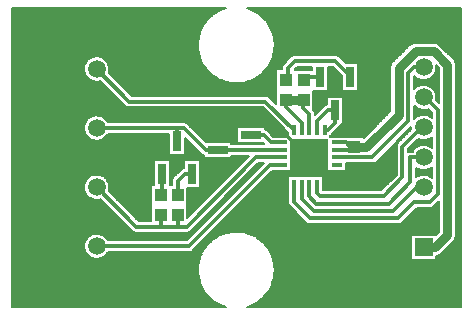
<source format=gbr>
G04 DipTrace 2.2.0.9*
%INTop.gbr*%
%MOIN*%
%ADD14C,0.0138*%
%ADD15C,0.03*%
%ADD16C,0.014*%
%ADD17C,0.005*%
%ADD19R,0.0394X0.0433*%
%ADD20R,0.0591X0.0591*%
%ADD21C,0.0591*%
%ADD23R,0.028X0.0669*%
%ADD24R,0.0669X0.028*%
%ADD25R,0.0138X0.0374*%
%ADD26R,0.0374X0.0138*%
%ADD27R,0.128X0.128*%
%FSLAX44Y44*%
G04*
G70*
G90*
G75*
G01*
%LNTop*%
%LPD*%
X17691Y8940D2*
D14*
X17243D1*
Y8125D1*
X16520Y7402D1*
X14112D1*
X13868Y7646D1*
Y8009D1*
X14793Y8942D2*
X15977D1*
X17181Y10145D1*
Y11752D1*
X17368Y11940D1*
X17691D1*
X13360Y9851D2*
X12407Y10804D1*
X7870D1*
X6785Y11889D1*
Y5981D2*
X9864D1*
X12557Y8674D1*
X12951D1*
X10820Y10189D2*
X12613D1*
X13872Y8930D1*
X12951Y8418D2*
X13360D1*
X13872Y8930D1*
X14384Y8009D2*
Y8418D1*
X13872Y8930D1*
X14793Y8418D2*
X14384D1*
X8918Y7686D2*
X8966D1*
Y8382D1*
X8978Y8395D1*
X9487Y7686D2*
Y8148D1*
X9734Y8395D1*
X9978D1*
X11922Y9689D2*
X12349D1*
X12596Y9442D1*
X12951D1*
X14240Y11612D2*
X13776D1*
X13690Y11527D1*
X15240Y11612D2*
Y11656D1*
X14743Y12153D1*
X13383D1*
X13164Y11934D1*
Y11611D1*
X13090Y11537D1*
X6785Y9920D2*
X9478D1*
X9682D1*
X10417Y9186D1*
X12951D1*
X9478Y9497D2*
Y9920D1*
X12951Y8942D2*
X12093D1*
X9783Y6632D1*
X9487D1*
X8918D1*
X8102D1*
X6785Y7949D1*
X8918Y7017D2*
Y6632D1*
X9487Y7017D2*
Y6632D1*
X17691Y7940D2*
X17460D1*
X16668Y7148D1*
X14020D1*
X13616Y7551D1*
Y8009D1*
X17691Y10940D2*
X17726D1*
X18149Y10517D1*
Y7715D1*
X17882Y7448D1*
X17379D1*
X16839Y6909D1*
X13907D1*
X13360Y7456D1*
Y8009D1*
X17691Y9940D2*
Y10017D1*
X16979Y9305D1*
Y8286D1*
X16356Y7664D1*
X14220D1*
X14128Y7756D1*
Y8009D1*
X13616Y9851D2*
Y10105D1*
X13090Y10631D1*
Y10868D1*
X13868Y9851D2*
Y10389D1*
X13672Y10585D1*
Y10857D1*
X13690D1*
X13090Y10868D2*
D15*
X13100Y10857D1*
X13690D1*
X14384Y9851D2*
D16*
X14496D1*
X14740Y10095D1*
Y10510D1*
X14128Y9851D2*
Y10149D1*
X14503Y10524D1*
X14726D1*
X14740Y10510D1*
X14793Y9442D2*
D14*
X15098D1*
X15373Y9167D1*
Y9274D1*
D15*
X15759D1*
X16852Y10367D1*
Y11927D1*
X17419Y12495D1*
X18018D1*
X18480Y12033D1*
Y6348D1*
X18072Y5940D1*
X17691D1*
X14793Y9186D2*
D16*
X15373D1*
Y9274D1*
X3970Y13866D2*
D17*
X10941D1*
X11941D2*
X18910D1*
X3970Y13818D2*
X10839D1*
X12044D2*
X18910D1*
X3970Y13769D2*
X10754D1*
X12127D2*
X18910D1*
X3970Y13720D2*
X10683D1*
X12199D2*
X18910D1*
X3970Y13672D2*
X10621D1*
X12262D2*
X18910D1*
X3970Y13623D2*
X10565D1*
X12316D2*
X18910D1*
X3970Y13574D2*
X10516D1*
X12366D2*
X18910D1*
X3970Y13525D2*
X10471D1*
X12410D2*
X18910D1*
X3970Y13477D2*
X10431D1*
X12451D2*
X18910D1*
X3970Y13428D2*
X10395D1*
X12487D2*
X18910D1*
X3970Y13379D2*
X10362D1*
X12520D2*
X18910D1*
X3970Y13331D2*
X10332D1*
X12549D2*
X18910D1*
X3970Y13282D2*
X10306D1*
X12577D2*
X18910D1*
X3970Y13233D2*
X10281D1*
X12601D2*
X18910D1*
X3970Y13185D2*
X10260D1*
X12622D2*
X18910D1*
X3970Y13136D2*
X10240D1*
X12641D2*
X18910D1*
X3970Y13087D2*
X10223D1*
X12659D2*
X18910D1*
X3970Y13039D2*
X10208D1*
X12674D2*
X18910D1*
X3970Y12990D2*
X10196D1*
X12686D2*
X18910D1*
X3970Y12941D2*
X10185D1*
X12697D2*
X18910D1*
X3970Y12893D2*
X10176D1*
X12706D2*
X18910D1*
X3970Y12844D2*
X10169D1*
X12713D2*
X18910D1*
X3970Y12795D2*
X10164D1*
X12718D2*
X18910D1*
X3970Y12746D2*
X10161D1*
X12721D2*
X17299D1*
X18138D2*
X18910D1*
X3970Y12698D2*
X10160D1*
X12722D2*
X17226D1*
X18211D2*
X18910D1*
X3970Y12649D2*
X10160D1*
X12721D2*
X17178D1*
X18260D2*
X18910D1*
X3970Y12600D2*
X10163D1*
X12719D2*
X17128D1*
X18309D2*
X18910D1*
X3970Y12552D2*
X10167D1*
X12715D2*
X17080D1*
X18357D2*
X18910D1*
X3970Y12503D2*
X10174D1*
X12709D2*
X17031D1*
X18406D2*
X18910D1*
X3970Y12454D2*
X10181D1*
X12700D2*
X16982D1*
X18455D2*
X18910D1*
X3970Y12406D2*
X10192D1*
X12690D2*
X16934D1*
X18503D2*
X18910D1*
X3970Y12357D2*
X10204D1*
X12678D2*
X16885D1*
X18552D2*
X18910D1*
X3970Y12308D2*
X6735D1*
X6836D2*
X10218D1*
X12663D2*
X13259D1*
X14867D2*
X16836D1*
X18601D2*
X18910D1*
X3970Y12260D2*
X6579D1*
X6992D2*
X10235D1*
X12647D2*
X13208D1*
X14918D2*
X16788D1*
X18649D2*
X18910D1*
X3970Y12211D2*
X6508D1*
X7063D2*
X10253D1*
X12629D2*
X13159D1*
X14967D2*
X16739D1*
X18697D2*
X18910D1*
X3970Y12162D2*
X6459D1*
X7112D2*
X10274D1*
X12608D2*
X13110D1*
X15016D2*
X16690D1*
X18730D2*
X18910D1*
X3970Y12114D2*
X6423D1*
X7148D2*
X10297D1*
X12584D2*
X13062D1*
X15064D2*
X16642D1*
X18750D2*
X18910D1*
X3970Y12065D2*
X6397D1*
X7174D2*
X10324D1*
X12559D2*
X13014D1*
X15512D2*
X16606D1*
X18760D2*
X18910D1*
X3970Y12016D2*
X6378D1*
X7193D2*
X10352D1*
X12530D2*
X12981D1*
X15512D2*
X16585D1*
X18762D2*
X18910D1*
X3970Y11967D2*
X6366D1*
X7205D2*
X10384D1*
X12498D2*
X12966D1*
X15512D2*
X16573D1*
X18117D2*
X18149D1*
X18762D2*
X18910D1*
X3970Y11919D2*
X6360D1*
X7212D2*
X10419D1*
X12463D2*
X12964D1*
X13431D2*
X13968D1*
X14512D2*
X14696D1*
X15512D2*
X16570D1*
X18117D2*
X18197D1*
X18762D2*
X18910D1*
X3970Y11870D2*
X6359D1*
X7212D2*
X10458D1*
X12424D2*
X12761D1*
X14512D2*
X14744D1*
X15512D2*
X16570D1*
X18113D2*
X18198D1*
X18762D2*
X18910D1*
X3970Y11821D2*
X6364D1*
X7207D2*
X10501D1*
X12381D2*
X12761D1*
X14512D2*
X14792D1*
X15512D2*
X16570D1*
X18101D2*
X18198D1*
X18762D2*
X18910D1*
X3970Y11773D2*
X6374D1*
X7196D2*
X10549D1*
X12333D2*
X12761D1*
X14512D2*
X14842D1*
X15512D2*
X16570D1*
X18084D2*
X18198D1*
X18762D2*
X18910D1*
X3970Y11724D2*
X6392D1*
X7232D2*
X10602D1*
X12280D2*
X12761D1*
X14512D2*
X14890D1*
X15512D2*
X16570D1*
X18059D2*
X18198D1*
X18762D2*
X18910D1*
X3970Y11675D2*
X6416D1*
X7281D2*
X10662D1*
X12220D2*
X12761D1*
X14512D2*
X14939D1*
X15512D2*
X16570D1*
X18025D2*
X18198D1*
X18762D2*
X18910D1*
X3970Y11627D2*
X6449D1*
X7329D2*
X10730D1*
X12152D2*
X12761D1*
X14512D2*
X14968D1*
X15512D2*
X16570D1*
X17381D2*
X17403D1*
X17979D2*
X18198D1*
X18762D2*
X18910D1*
X3970Y11578D2*
X6495D1*
X7378D2*
X10810D1*
X12072D2*
X12761D1*
X14512D2*
X14968D1*
X15512D2*
X16570D1*
X17381D2*
X17469D1*
X17913D2*
X18198D1*
X18762D2*
X18910D1*
X3970Y11529D2*
X6559D1*
X7427D2*
X10906D1*
X11977D2*
X12761D1*
X14512D2*
X14968D1*
X15512D2*
X16570D1*
X17381D2*
X17589D1*
X17794D2*
X18198D1*
X18762D2*
X18910D1*
X3970Y11481D2*
X6672D1*
X7475D2*
X11028D1*
X11853D2*
X12761D1*
X14512D2*
X14968D1*
X15512D2*
X16570D1*
X17381D2*
X18198D1*
X18762D2*
X18910D1*
X3970Y11432D2*
X6960D1*
X7524D2*
X11221D1*
X11660D2*
X12761D1*
X14512D2*
X14968D1*
X15512D2*
X16570D1*
X17381D2*
X18198D1*
X18762D2*
X18910D1*
X3970Y11383D2*
X7009D1*
X7573D2*
X12761D1*
X14512D2*
X14968D1*
X15512D2*
X16570D1*
X17381D2*
X18198D1*
X18762D2*
X18910D1*
X3970Y11335D2*
X7057D1*
X7621D2*
X12761D1*
X14512D2*
X14968D1*
X15512D2*
X16570D1*
X17381D2*
X17536D1*
X17846D2*
X18198D1*
X18762D2*
X18910D1*
X3970Y11286D2*
X7106D1*
X7670D2*
X12761D1*
X14512D2*
X14968D1*
X15512D2*
X16570D1*
X17381D2*
X17444D1*
X17938D2*
X18198D1*
X18762D2*
X18910D1*
X3970Y11237D2*
X7155D1*
X7719D2*
X12761D1*
X14512D2*
X14968D1*
X15512D2*
X16570D1*
X17995D2*
X18198D1*
X18762D2*
X18910D1*
X3970Y11188D2*
X7203D1*
X7767D2*
X12761D1*
X14512D2*
X14968D1*
X15512D2*
X16570D1*
X18037D2*
X18198D1*
X18762D2*
X18910D1*
X3970Y11140D2*
X7253D1*
X7816D2*
X12761D1*
X14019D2*
X16570D1*
X18068D2*
X18198D1*
X18762D2*
X18910D1*
X3970Y11091D2*
X7301D1*
X7865D2*
X12761D1*
X14019D2*
X16570D1*
X18090D2*
X18198D1*
X18762D2*
X18910D1*
X3970Y11042D2*
X7349D1*
X7913D2*
X12761D1*
X14019D2*
X16570D1*
X18106D2*
X18198D1*
X18762D2*
X18910D1*
X3970Y10994D2*
X7399D1*
X12462D2*
X12761D1*
X14019D2*
X16570D1*
X18115D2*
X18198D1*
X18762D2*
X18910D1*
X3970Y10945D2*
X7447D1*
X12549D2*
X12761D1*
X14019D2*
X14468D1*
X15012D2*
X16570D1*
X18118D2*
X18198D1*
X18762D2*
X18910D1*
X3970Y10896D2*
X7496D1*
X12597D2*
X12761D1*
X14019D2*
X14468D1*
X15012D2*
X16570D1*
X18116D2*
X18198D1*
X18762D2*
X18910D1*
X3970Y10848D2*
X7545D1*
X12645D2*
X12761D1*
X14019D2*
X14468D1*
X15012D2*
X16570D1*
X18108D2*
X18198D1*
X18762D2*
X18910D1*
X3970Y10799D2*
X7593D1*
X12695D2*
X12761D1*
X14019D2*
X14468D1*
X15012D2*
X16570D1*
X18149D2*
X18198D1*
X18762D2*
X18910D1*
X3970Y10750D2*
X7642D1*
X12743D2*
X12761D1*
X14019D2*
X14468D1*
X15012D2*
X16570D1*
X18762D2*
X18910D1*
X3970Y10702D2*
X7691D1*
X14019D2*
X14414D1*
X15012D2*
X16570D1*
X18762D2*
X18910D1*
X3970Y10653D2*
X7741D1*
X14019D2*
X14349D1*
X15012D2*
X16570D1*
X18762D2*
X18910D1*
X3970Y10604D2*
X12325D1*
X14019D2*
X14300D1*
X15012D2*
X16570D1*
X17381D2*
X17430D1*
X18762D2*
X18910D1*
X3970Y10556D2*
X12374D1*
X14019D2*
X14251D1*
X15012D2*
X16570D1*
X17381D2*
X17511D1*
X18762D2*
X18910D1*
X3970Y10507D2*
X12423D1*
X14029D2*
X14203D1*
X15012D2*
X16570D1*
X17381D2*
X17878D1*
X18762D2*
X18910D1*
X3970Y10458D2*
X12471D1*
X14056D2*
X14154D1*
X15012D2*
X16546D1*
X17381D2*
X17926D1*
X18762D2*
X18910D1*
X3970Y10409D2*
X12520D1*
X14068D2*
X14105D1*
X15012D2*
X16497D1*
X17381D2*
X17948D1*
X18762D2*
X18910D1*
X3970Y10361D2*
X12569D1*
X15012D2*
X16449D1*
X17381D2*
X17653D1*
X17730D2*
X17948D1*
X18762D2*
X18910D1*
X3970Y10312D2*
X6624D1*
X6947D2*
X12617D1*
X15012D2*
X16400D1*
X17381D2*
X17486D1*
X17895D2*
X17948D1*
X18762D2*
X18910D1*
X3970Y10263D2*
X6535D1*
X7036D2*
X12666D1*
X15012D2*
X16351D1*
X17381D2*
X17414D1*
X18762D2*
X18910D1*
X3970Y10215D2*
X6478D1*
X7093D2*
X12715D1*
X15012D2*
X16303D1*
X18762D2*
X18910D1*
X3970Y10166D2*
X6437D1*
X7134D2*
X12764D1*
X15012D2*
X16254D1*
X18762D2*
X18910D1*
X3970Y10117D2*
X6407D1*
X7163D2*
X12812D1*
X15012D2*
X16205D1*
X18762D2*
X18910D1*
X3970Y10069D2*
X6385D1*
X9815D2*
X12861D1*
X15012D2*
X16156D1*
X18762D2*
X18910D1*
X3970Y10020D2*
X6371D1*
X9864D2*
X12910D1*
X14927D2*
X16108D1*
X18762D2*
X18910D1*
X3970Y9971D2*
X6361D1*
X9913D2*
X12958D1*
X14899D2*
X16059D1*
X18762D2*
X18910D1*
X3970Y9923D2*
X6358D1*
X9962D2*
X11456D1*
X12388D2*
X13007D1*
X14851D2*
X16010D1*
X17240D2*
X17264D1*
X18762D2*
X18910D1*
X3970Y9874D2*
X6361D1*
X10010D2*
X11456D1*
X12417D2*
X13056D1*
X14802D2*
X15962D1*
X17191D2*
X17266D1*
X18762D2*
X18910D1*
X3970Y9825D2*
X6369D1*
X10059D2*
X11456D1*
X12495D2*
X13104D1*
X14754D2*
X15913D1*
X17142D2*
X17217D1*
X18762D2*
X18910D1*
X3970Y9777D2*
X6383D1*
X10108D2*
X11456D1*
X12543D2*
X13153D1*
X14705D2*
X15864D1*
X17094D2*
X17168D1*
X18762D2*
X18910D1*
X3970Y9728D2*
X6405D1*
X10156D2*
X11456D1*
X12591D2*
X13160D1*
X14656D2*
X15816D1*
X17045D2*
X17120D1*
X18762D2*
X18910D1*
X3970Y9679D2*
X6434D1*
X7137D2*
X9206D1*
X10206D2*
X11456D1*
X12641D2*
X13160D1*
X14597D2*
X15767D1*
X16996D2*
X17071D1*
X18762D2*
X18910D1*
X3970Y9630D2*
X6474D1*
X7098D2*
X9206D1*
X10254D2*
X11456D1*
X15155D2*
X15718D1*
X16948D2*
X17022D1*
X18762D2*
X18910D1*
X3970Y9582D2*
X6528D1*
X7043D2*
X9206D1*
X10302D2*
X11456D1*
X16899D2*
X16974D1*
X17920D2*
X17948D1*
X18762D2*
X18910D1*
X3970Y9533D2*
X6612D1*
X6959D2*
X9206D1*
X9749D2*
X9788D1*
X10352D2*
X11456D1*
X13270D2*
X14474D1*
X16850D2*
X16925D1*
X17488D2*
X17574D1*
X17809D2*
X17948D1*
X18762D2*
X18910D1*
X3970Y9484D2*
X9206D1*
X9749D2*
X9836D1*
X10400D2*
X11456D1*
X13270D2*
X14474D1*
X16802D2*
X16876D1*
X17440D2*
X17948D1*
X18762D2*
X18910D1*
X3970Y9436D2*
X9206D1*
X9749D2*
X9885D1*
X11286D2*
X11456D1*
X13270D2*
X14474D1*
X16753D2*
X16828D1*
X17391D2*
X17948D1*
X18762D2*
X18910D1*
X3970Y9387D2*
X9206D1*
X9749D2*
X9934D1*
X11286D2*
X12369D1*
X13270D2*
X14474D1*
X16704D2*
X16796D1*
X17343D2*
X17948D1*
X18762D2*
X18910D1*
X3970Y9338D2*
X9206D1*
X9749D2*
X9982D1*
X13270D2*
X14474D1*
X16656D2*
X16781D1*
X17294D2*
X17546D1*
X17835D2*
X17948D1*
X18762D2*
X18910D1*
X3970Y9290D2*
X9206D1*
X9749D2*
X10031D1*
X13270D2*
X14474D1*
X16607D2*
X16778D1*
X17245D2*
X17449D1*
X17932D2*
X17949D1*
X18762D2*
X18910D1*
X3970Y9241D2*
X9206D1*
X9749D2*
X10080D1*
X13270D2*
X14474D1*
X16558D2*
X16778D1*
X17197D2*
X17390D1*
X18762D2*
X18910D1*
X3970Y9192D2*
X9206D1*
X9749D2*
X10128D1*
X13270D2*
X14474D1*
X16509D2*
X16778D1*
X17180D2*
X17347D1*
X18762D2*
X18910D1*
X3970Y9144D2*
X9206D1*
X9749D2*
X10177D1*
X13270D2*
X14474D1*
X16461D2*
X16778D1*
X17180D2*
X17316D1*
X18762D2*
X18910D1*
X3970Y9095D2*
X9206D1*
X9749D2*
X10226D1*
X13270D2*
X14474D1*
X16412D2*
X16778D1*
X18762D2*
X18910D1*
X3970Y9046D2*
X9206D1*
X9749D2*
X10274D1*
X13270D2*
X14474D1*
X16363D2*
X16778D1*
X18762D2*
X18910D1*
X3970Y8998D2*
X10353D1*
X13270D2*
X14474D1*
X16315D2*
X16778D1*
X18762D2*
X18910D1*
X3970Y8949D2*
X10353D1*
X11286D2*
X11818D1*
X13270D2*
X14474D1*
X16266D2*
X16778D1*
X18762D2*
X18910D1*
X3970Y8900D2*
X11770D1*
X13270D2*
X14474D1*
X16217D2*
X16778D1*
X18762D2*
X18910D1*
X3970Y8851D2*
X8706D1*
X9249D2*
X9706D1*
X10249D2*
X11721D1*
X13270D2*
X14474D1*
X16169D2*
X16778D1*
X18762D2*
X18910D1*
X3970Y8803D2*
X8706D1*
X9249D2*
X9706D1*
X10249D2*
X11672D1*
X13270D2*
X14474D1*
X16120D2*
X16778D1*
X18762D2*
X18910D1*
X3970Y8754D2*
X8706D1*
X9249D2*
X9706D1*
X10249D2*
X11624D1*
X13270D2*
X14474D1*
X16038D2*
X16778D1*
X18762D2*
X18910D1*
X3970Y8705D2*
X8706D1*
X9249D2*
X9706D1*
X10249D2*
X11574D1*
X12138D2*
X12306D1*
X13270D2*
X14474D1*
X15112D2*
X16778D1*
X18762D2*
X18910D1*
X3970Y8657D2*
X8706D1*
X9249D2*
X9706D1*
X10249D2*
X11526D1*
X12090D2*
X12258D1*
X13270D2*
X14474D1*
X15112D2*
X16778D1*
X18762D2*
X18910D1*
X3970Y8608D2*
X8706D1*
X9249D2*
X9706D1*
X10249D2*
X11478D1*
X12041D2*
X12209D1*
X13270D2*
X14474D1*
X15112D2*
X16778D1*
X18762D2*
X18910D1*
X3970Y8559D2*
X8706D1*
X9249D2*
X9623D1*
X10249D2*
X11428D1*
X11992D2*
X12160D1*
X13270D2*
X14474D1*
X15112D2*
X16778D1*
X17443D2*
X17503D1*
X17878D2*
X17948D1*
X18762D2*
X18910D1*
X3970Y8511D2*
X8706D1*
X9249D2*
X9568D1*
X10249D2*
X11380D1*
X11944D2*
X12112D1*
X13270D2*
X14474D1*
X15112D2*
X16778D1*
X17443D2*
X17948D1*
X18762D2*
X18910D1*
X3970Y8462D2*
X8706D1*
X9249D2*
X9519D1*
X10249D2*
X11331D1*
X11895D2*
X12063D1*
X12627D2*
X16778D1*
X17443D2*
X17948D1*
X18762D2*
X18910D1*
X3970Y8413D2*
X8706D1*
X9249D2*
X9471D1*
X10249D2*
X11282D1*
X11846D2*
X12014D1*
X12578D2*
X16778D1*
X17443D2*
X17948D1*
X18762D2*
X18910D1*
X3970Y8365D2*
X6705D1*
X6866D2*
X8706D1*
X9249D2*
X9422D1*
X10249D2*
X11234D1*
X11798D2*
X11966D1*
X12529D2*
X16775D1*
X17443D2*
X17948D1*
X18762D2*
X18910D1*
X3970Y8316D2*
X6571D1*
X6999D2*
X8706D1*
X9249D2*
X9374D1*
X10249D2*
X11185D1*
X11749D2*
X11917D1*
X12481D2*
X13160D1*
X14329D2*
X16727D1*
X17443D2*
X17494D1*
X17888D2*
X17948D1*
X18762D2*
X18910D1*
X3970Y8267D2*
X6503D1*
X7068D2*
X8706D1*
X9249D2*
X9327D1*
X10249D2*
X11136D1*
X11700D2*
X11868D1*
X12432D2*
X13160D1*
X14329D2*
X16678D1*
X18762D2*
X18910D1*
X3970Y8219D2*
X6456D1*
X7116D2*
X8706D1*
X9249D2*
X9299D1*
X10249D2*
X11088D1*
X11652D2*
X11820D1*
X12383D2*
X13160D1*
X14329D2*
X16629D1*
X18762D2*
X18910D1*
X3970Y8170D2*
X6421D1*
X7150D2*
X8706D1*
X9249D2*
X9287D1*
X10249D2*
X11039D1*
X11603D2*
X11771D1*
X12334D2*
X13160D1*
X14329D2*
X16581D1*
X18762D2*
X18910D1*
X3970Y8121D2*
X6395D1*
X7176D2*
X8706D1*
X9249D2*
X9286D1*
X10249D2*
X10990D1*
X11554D2*
X11722D1*
X12286D2*
X13160D1*
X14329D2*
X16531D1*
X18762D2*
X18910D1*
X3970Y8072D2*
X6377D1*
X7194D2*
X8706D1*
X9249D2*
X9286D1*
X10249D2*
X10942D1*
X11506D2*
X11674D1*
X12237D2*
X13160D1*
X14329D2*
X16483D1*
X18762D2*
X18910D1*
X3970Y8024D2*
X6365D1*
X7206D2*
X8589D1*
X10249D2*
X10893D1*
X11457D2*
X11624D1*
X12188D2*
X13160D1*
X14329D2*
X16435D1*
X18762D2*
X18910D1*
X3970Y7975D2*
X6359D1*
X7212D2*
X8589D1*
X10249D2*
X10844D1*
X11408D2*
X11576D1*
X12140D2*
X13160D1*
X14329D2*
X16385D1*
X18762D2*
X18910D1*
X3970Y7926D2*
X6359D1*
X7212D2*
X8589D1*
X9816D2*
X10796D1*
X11359D2*
X11528D1*
X12091D2*
X13160D1*
X14329D2*
X16337D1*
X18762D2*
X18910D1*
X3970Y7878D2*
X6364D1*
X7206D2*
X8589D1*
X9816D2*
X10747D1*
X11311D2*
X11478D1*
X12042D2*
X13160D1*
X14329D2*
X16289D1*
X18762D2*
X18910D1*
X3970Y7829D2*
X6376D1*
X7195D2*
X8589D1*
X9816D2*
X10699D1*
X11262D2*
X11430D1*
X11994D2*
X13160D1*
X18762D2*
X18910D1*
X3970Y7780D2*
X6393D1*
X7236D2*
X8589D1*
X9816D2*
X10649D1*
X11213D2*
X11381D1*
X11945D2*
X13160D1*
X18762D2*
X18910D1*
X3970Y7732D2*
X6419D1*
X7284D2*
X8589D1*
X9816D2*
X10601D1*
X11165D2*
X11332D1*
X11896D2*
X13160D1*
X18762D2*
X18910D1*
X3970Y7683D2*
X6453D1*
X7334D2*
X8589D1*
X9816D2*
X10553D1*
X11116D2*
X11284D1*
X11848D2*
X13160D1*
X18762D2*
X18910D1*
X3970Y7634D2*
X6499D1*
X7382D2*
X8589D1*
X9816D2*
X10503D1*
X11067D2*
X11235D1*
X11799D2*
X13160D1*
X18762D2*
X18910D1*
X3970Y7586D2*
X6566D1*
X7431D2*
X8589D1*
X9816D2*
X10455D1*
X11019D2*
X11187D1*
X11750D2*
X13160D1*
X18762D2*
X18910D1*
X3970Y7537D2*
X6690D1*
X6881D2*
X6916D1*
X7480D2*
X8589D1*
X9816D2*
X10406D1*
X10970D2*
X11138D1*
X11702D2*
X13160D1*
X18762D2*
X18910D1*
X3970Y7488D2*
X6964D1*
X7528D2*
X8589D1*
X9816D2*
X10357D1*
X10921D2*
X11089D1*
X11653D2*
X13160D1*
X18762D2*
X18910D1*
X3970Y7440D2*
X7014D1*
X7577D2*
X8589D1*
X9816D2*
X10309D1*
X10873D2*
X11041D1*
X11604D2*
X13160D1*
X18155D2*
X18198D1*
X18762D2*
X18910D1*
X3970Y7391D2*
X7062D1*
X7626D2*
X8589D1*
X9816D2*
X10260D1*
X10824D2*
X10992D1*
X11556D2*
X13171D1*
X18106D2*
X18198D1*
X18762D2*
X18910D1*
X3970Y7342D2*
X7110D1*
X7674D2*
X8589D1*
X9816D2*
X10211D1*
X10775D2*
X10943D1*
X11507D2*
X13196D1*
X18058D2*
X18198D1*
X18762D2*
X18910D1*
X3970Y7293D2*
X7160D1*
X7723D2*
X8589D1*
X9816D2*
X10163D1*
X10727D2*
X10895D1*
X11458D2*
X13240D1*
X18006D2*
X18198D1*
X18762D2*
X18910D1*
X3970Y7245D2*
X7208D1*
X7772D2*
X8589D1*
X9816D2*
X10114D1*
X10677D2*
X10846D1*
X11409D2*
X13289D1*
X17457D2*
X18198D1*
X18762D2*
X18910D1*
X3970Y7196D2*
X7256D1*
X7820D2*
X8589D1*
X9816D2*
X10065D1*
X10629D2*
X10797D1*
X11361D2*
X13338D1*
X17409D2*
X18198D1*
X18762D2*
X18910D1*
X3970Y7147D2*
X7306D1*
X7869D2*
X8589D1*
X9816D2*
X10017D1*
X10581D2*
X10749D1*
X11312D2*
X13386D1*
X17360D2*
X18198D1*
X18762D2*
X18910D1*
X3970Y7099D2*
X7354D1*
X7918D2*
X8589D1*
X9816D2*
X9968D1*
X10531D2*
X10699D1*
X11263D2*
X13435D1*
X17311D2*
X18198D1*
X18762D2*
X18910D1*
X3970Y7050D2*
X7403D1*
X7966D2*
X8589D1*
X9816D2*
X9919D1*
X10483D2*
X10651D1*
X11215D2*
X13484D1*
X17263D2*
X18198D1*
X18762D2*
X18910D1*
X3970Y7001D2*
X7451D1*
X8015D2*
X8589D1*
X9816D2*
X9871D1*
X10434D2*
X10603D1*
X11166D2*
X13532D1*
X17214D2*
X18198D1*
X18762D2*
X18910D1*
X3970Y6953D2*
X7500D1*
X8064D2*
X8589D1*
X10386D2*
X10553D1*
X11117D2*
X13581D1*
X17166D2*
X18198D1*
X18762D2*
X18910D1*
X3970Y6904D2*
X7549D1*
X8113D2*
X8589D1*
X10337D2*
X10505D1*
X11069D2*
X13630D1*
X17116D2*
X18198D1*
X18762D2*
X18910D1*
X3970Y6855D2*
X7597D1*
X8161D2*
X8589D1*
X10288D2*
X10456D1*
X11020D2*
X13678D1*
X17068D2*
X18198D1*
X18762D2*
X18910D1*
X3970Y6807D2*
X7646D1*
X10240D2*
X10407D1*
X10971D2*
X13728D1*
X17020D2*
X18198D1*
X18762D2*
X18910D1*
X3970Y6758D2*
X7695D1*
X10191D2*
X10359D1*
X10923D2*
X13778D1*
X16970D2*
X18198D1*
X18762D2*
X18910D1*
X3970Y6709D2*
X7743D1*
X10142D2*
X10310D1*
X10874D2*
X18198D1*
X18762D2*
X18910D1*
X3970Y6661D2*
X7792D1*
X10094D2*
X10261D1*
X10825D2*
X18198D1*
X18762D2*
X18910D1*
X3970Y6612D2*
X7841D1*
X10045D2*
X10213D1*
X10777D2*
X18198D1*
X18762D2*
X18910D1*
X3970Y6563D2*
X7889D1*
X9996D2*
X10164D1*
X10728D2*
X18198D1*
X18762D2*
X18910D1*
X3970Y6514D2*
X7939D1*
X9948D2*
X10115D1*
X10679D2*
X18198D1*
X18762D2*
X18910D1*
X3970Y6466D2*
X7994D1*
X9891D2*
X10067D1*
X10631D2*
X11404D1*
X11477D2*
X18198D1*
X18762D2*
X18910D1*
X3970Y6417D2*
X10018D1*
X10582D2*
X11085D1*
X11796D2*
X18153D1*
X18762D2*
X18910D1*
X3970Y6368D2*
X6614D1*
X6957D2*
X9970D1*
X10533D2*
X10946D1*
X11936D2*
X18104D1*
X18762D2*
X18910D1*
X3970Y6320D2*
X6529D1*
X7042D2*
X9921D1*
X10484D2*
X10842D1*
X12039D2*
X17264D1*
X18760D2*
X18910D1*
X3970Y6271D2*
X6474D1*
X7097D2*
X9872D1*
X10436D2*
X10758D1*
X12124D2*
X17264D1*
X18751D2*
X18910D1*
X3970Y6222D2*
X6435D1*
X7137D2*
X9824D1*
X10387D2*
X10685D1*
X12196D2*
X17264D1*
X18732D2*
X18910D1*
X3970Y6174D2*
X6405D1*
X10338D2*
X10623D1*
X12259D2*
X17264D1*
X18700D2*
X18910D1*
X3970Y6125D2*
X6384D1*
X10290D2*
X10567D1*
X12314D2*
X17264D1*
X18654D2*
X18910D1*
X3970Y6076D2*
X6369D1*
X10241D2*
X10517D1*
X12364D2*
X17264D1*
X18605D2*
X18910D1*
X3970Y6028D2*
X6361D1*
X10192D2*
X10473D1*
X12409D2*
X17264D1*
X18556D2*
X18910D1*
X3970Y5979D2*
X6358D1*
X10144D2*
X10433D1*
X12449D2*
X17264D1*
X18508D2*
X18910D1*
X3970Y5930D2*
X6361D1*
X10095D2*
X10396D1*
X12485D2*
X17264D1*
X18459D2*
X18910D1*
X3970Y5882D2*
X6370D1*
X10046D2*
X10364D1*
X12519D2*
X17264D1*
X18410D2*
X18910D1*
X3970Y5833D2*
X6385D1*
X9997D2*
X10334D1*
X12549D2*
X17264D1*
X18362D2*
X18910D1*
X3970Y5784D2*
X6406D1*
X7164D2*
X10306D1*
X12575D2*
X17264D1*
X18313D2*
X18910D1*
X3970Y5735D2*
X6437D1*
X7134D2*
X10282D1*
X12599D2*
X17264D1*
X18264D2*
X18910D1*
X3970Y5687D2*
X6478D1*
X7093D2*
X10260D1*
X12621D2*
X17264D1*
X18189D2*
X18910D1*
X3970Y5638D2*
X6534D1*
X7037D2*
X10241D1*
X12641D2*
X17264D1*
X18118D2*
X18910D1*
X3970Y5589D2*
X6622D1*
X6949D2*
X10224D1*
X12658D2*
X17264D1*
X18118D2*
X18910D1*
X3970Y5541D2*
X10209D1*
X12673D2*
X17264D1*
X18118D2*
X18910D1*
X3970Y5492D2*
X10196D1*
X12686D2*
X18910D1*
X3970Y5443D2*
X10185D1*
X12697D2*
X18910D1*
X3970Y5395D2*
X10176D1*
X12706D2*
X18910D1*
X3970Y5346D2*
X10169D1*
X12713D2*
X18910D1*
X3970Y5297D2*
X10164D1*
X12717D2*
X18910D1*
X3970Y5249D2*
X10161D1*
X12720D2*
X18910D1*
X3970Y5200D2*
X10160D1*
X12722D2*
X18910D1*
X3970Y5151D2*
X10160D1*
X12721D2*
X18910D1*
X3970Y5103D2*
X10163D1*
X12719D2*
X18910D1*
X3970Y5054D2*
X10167D1*
X12715D2*
X18910D1*
X3970Y5005D2*
X10173D1*
X12709D2*
X18910D1*
X3970Y4956D2*
X10181D1*
X12701D2*
X18910D1*
X3970Y4908D2*
X10192D1*
X12691D2*
X18910D1*
X3970Y4859D2*
X10203D1*
X12678D2*
X18910D1*
X3970Y4810D2*
X10217D1*
X12664D2*
X18910D1*
X3970Y4762D2*
X10234D1*
X12648D2*
X18910D1*
X3970Y4713D2*
X10253D1*
X12630D2*
X18910D1*
X3970Y4664D2*
X10273D1*
X12609D2*
X18910D1*
X3970Y4616D2*
X10296D1*
X12585D2*
X18910D1*
X3970Y4567D2*
X10322D1*
X12559D2*
X18910D1*
X3970Y4518D2*
X10351D1*
X12531D2*
X18910D1*
X3970Y4470D2*
X10382D1*
X12499D2*
X18910D1*
X3970Y4421D2*
X10417D1*
X12464D2*
X18910D1*
X3970Y4372D2*
X10456D1*
X12426D2*
X18910D1*
X3970Y4324D2*
X10499D1*
X12383D2*
X18910D1*
X3970Y4275D2*
X10546D1*
X12335D2*
X18910D1*
X3970Y4226D2*
X10599D1*
X12282D2*
X18910D1*
X3970Y4177D2*
X10659D1*
X12223D2*
X18910D1*
X3970Y4129D2*
X10727D1*
X12155D2*
X18910D1*
X3970Y4080D2*
X10806D1*
X12076D2*
X18910D1*
X3970Y4031D2*
X10901D1*
X11981D2*
X18910D1*
X3970Y3983D2*
X11022D1*
X11859D2*
X18910D1*
X12717Y12665D2*
X12713Y12590D1*
X12705Y12516D1*
X12693Y12442D1*
X12676Y12369D1*
X12655Y12297D1*
X12630Y12226D1*
X12601Y12157D1*
X12567Y12090D1*
X12530Y12025D1*
X12489Y11962D1*
X12444Y11901D1*
X12396Y11844D1*
X12345Y11789D1*
X12291Y11738D1*
X12233Y11689D1*
X12173Y11645D1*
X12110Y11603D1*
X12045Y11566D1*
X11978Y11532D1*
X11910Y11503D1*
X11839Y11477D1*
X11767Y11456D1*
X11694Y11439D1*
X11620Y11426D1*
X11546Y11418D1*
X11471Y11414D1*
X11396D1*
X11321Y11419D1*
X11246Y11429D1*
X11173Y11442D1*
X11100Y11460D1*
X11028Y11482D1*
X10958Y11509D1*
X10890Y11539D1*
X10823Y11573D1*
X10758Y11612D1*
X10696Y11653D1*
X10637Y11699D1*
X10580Y11748D1*
X10526Y11800D1*
X10475Y11855D1*
X10428Y11914D1*
X10384Y11974D1*
X10344Y12038D1*
X10307Y12103D1*
X10275Y12171D1*
X10246Y12240D1*
X10222Y12311D1*
X10202Y12383D1*
X10186Y12457D1*
X10175Y12531D1*
X10167Y12605D1*
X10165Y12680D1*
X10166Y12755D1*
X10172Y12830D1*
X10183Y12904D1*
X10197Y12978D1*
X10217Y13050D1*
X10240Y13122D1*
X10267Y13191D1*
X10299Y13260D1*
X10334Y13326D1*
X10373Y13390D1*
X10416Y13451D1*
X10463Y13510D1*
X10513Y13566D1*
X10566Y13619D1*
X10622Y13669D1*
X10681Y13715D1*
X10742Y13758D1*
X10806Y13797D1*
X10872Y13833D1*
X10940Y13864D1*
X11010Y13891D1*
X11084Y13915D1*
X7240D1*
X3965D1*
Y3965D1*
X11083D1*
X11005Y3991D1*
X10935Y4018D1*
X10867Y4050D1*
X10801Y4086D1*
X10737Y4125D1*
X10676Y4168D1*
X10617Y4215D1*
X10561Y4265D1*
X10509Y4318D1*
X10459Y4375D1*
X10413Y4434D1*
X10370Y4495D1*
X10331Y4559D1*
X10296Y4626D1*
X10265Y4694D1*
X10238Y4764D1*
X10215Y4835D1*
X10196Y4908D1*
X10182Y4981D1*
X10172Y5056D1*
X10166Y5130D1*
X10165Y5205D1*
X10168Y5280D1*
X10175Y5355D1*
X10187Y5429D1*
X10203Y5502D1*
X10224Y5574D1*
X10248Y5645D1*
X10277Y5714D1*
X10310Y5782D1*
X10347Y5847D1*
X10387Y5910D1*
X10431Y5971D1*
X10479Y6029D1*
X10530Y6084D1*
X10584Y6136D1*
X10641Y6185D1*
X10701Y6230D1*
X10763Y6271D1*
X10828Y6309D1*
X10895Y6344D1*
X10963Y6374D1*
X11034Y6400D1*
X11105Y6421D1*
X11178Y6439D1*
X11252Y6452D1*
X11327Y6461D1*
X11401Y6466D1*
X11476D1*
X11551Y6462D1*
X11626Y6453D1*
X11700Y6440D1*
X11773Y6422D1*
X11844Y6401D1*
X11915Y6375D1*
X11984Y6345D1*
X12050Y6311D1*
X12115Y6274D1*
X12178Y6232D1*
X12238Y6187D1*
X12295Y6139D1*
X12349Y6087D1*
X12400Y6032D1*
X12448Y5974D1*
X12492Y5914D1*
X12533Y5851D1*
X12570Y5785D1*
X12603Y5718D1*
X12632Y5649D1*
X12657Y5578D1*
X12677Y5506D1*
X12694Y5433D1*
X12706Y5359D1*
X12714Y5284D1*
X12717Y5209D1*
X12716Y5140D1*
X12711Y5065D1*
X12702Y4991D1*
X12688Y4917D1*
X12670Y4844D1*
X12647Y4773D1*
X12621Y4703D1*
X12590Y4634D1*
X12555Y4568D1*
X12517Y4503D1*
X12475Y4441D1*
X12429Y4382D1*
X12380Y4325D1*
X12327Y4272D1*
X12272Y4221D1*
X12213Y4174D1*
X12152Y4130D1*
X12089Y4091D1*
X12023Y4054D1*
X11956Y4022D1*
X11886Y3994D1*
X11815Y3970D1*
X11798Y3965D1*
X13465D1*
X18915D1*
Y13915D1*
X11799D1*
X11868Y13893D1*
X11938Y13866D1*
X12006Y13834D1*
X12072Y13799D1*
X12136Y13760D1*
X12198Y13717D1*
X12257Y13671D1*
X12313Y13622D1*
X12366Y13569D1*
X12417Y13513D1*
X12463Y13454D1*
X12506Y13393D1*
X12546Y13329D1*
X12581Y13263D1*
X12613Y13195D1*
X12641Y13125D1*
X12664Y13054D1*
X12683Y12982D1*
X12698Y12908D1*
X12709Y12834D1*
X12715Y12759D1*
X12717Y12690D1*
Y12665D1*
X17439Y8279D2*
X17485Y8309D1*
X17530Y8330D1*
X17577Y8347D1*
X17626Y8357D1*
X17676Y8362D1*
X17726Y8361D1*
X17775Y8354D1*
X17824Y8341D1*
X17870Y8322D1*
X17914Y8299D1*
X17953Y8271D1*
Y8608D1*
X17917Y8583D1*
X17873Y8559D1*
X17827Y8540D1*
X17779Y8527D1*
X17729Y8519D1*
X17679Y8518D1*
X17629Y8522D1*
X17581Y8532D1*
X17533Y8548D1*
X17488Y8570D1*
X17446Y8596D1*
X17439Y8601D1*
Y8278D1*
X17317Y9136D2*
X17340Y9174D1*
X17370Y9214D1*
X17404Y9250D1*
X17443Y9282D1*
X17485Y9309D1*
X17530Y9330D1*
X17577Y9347D1*
X17626Y9357D1*
X17676Y9362D1*
X17726Y9361D1*
X17775Y9354D1*
X17824Y9341D1*
X17870Y9322D1*
X17914Y9299D1*
X17953Y9271D1*
Y9608D1*
X17917Y9583D1*
X17873Y9559D1*
X17827Y9540D1*
X17779Y9527D1*
X17729Y9519D1*
X17679Y9518D1*
X17629Y9522D1*
X17581Y9532D1*
X17533Y9548D1*
X17510Y9559D1*
X17175Y9224D1*
Y9123D1*
X17203Y9132D1*
X17243Y9136D1*
X17317D1*
X17377Y10222D2*
X17404Y10250D1*
X17443Y10282D1*
X17485Y10309D1*
X17530Y10330D1*
X17577Y10347D1*
X17626Y10357D1*
X17676Y10362D1*
X17726Y10361D1*
X17775Y10354D1*
X17824Y10341D1*
X17870Y10322D1*
X17914Y10299D1*
X17953Y10271D1*
Y10437D1*
X17843Y10546D1*
X17803Y10533D1*
X17754Y10522D1*
X17704Y10518D1*
X17654Y10519D1*
X17605Y10527D1*
X17557Y10540D1*
X17510Y10558D1*
X17466Y10582D1*
X17426Y10611D1*
X17389Y10645D1*
X17377Y10658D1*
Y10222D1*
X18112Y10915D2*
X18107Y10865D1*
X18102Y10842D1*
X18204Y10740D1*
X18203Y10873D1*
Y11919D1*
X18107Y12014D1*
X18112Y11968D1*
Y11915D1*
X18107Y11865D1*
X18095Y11817D1*
X18077Y11770D1*
X18055Y11725D1*
X18027Y11684D1*
X17994Y11646D1*
X17957Y11612D1*
X17917Y11583D1*
X17873Y11559D1*
X17827Y11540D1*
X17779Y11527D1*
X17729Y11519D1*
X17679Y11518D1*
X17629Y11522D1*
X17581Y11532D1*
X17533Y11548D1*
X17488Y11570D1*
X17446Y11596D1*
X17407Y11628D1*
X17377Y11658D1*
Y11222D1*
X17404Y11250D1*
X17443Y11282D1*
X17485Y11309D1*
X17530Y11330D1*
X17577Y11347D1*
X17626Y11357D1*
X17676Y11362D1*
X17726Y11361D1*
X17775Y11354D1*
X17824Y11341D1*
X17870Y11322D1*
X17914Y11299D1*
X17955Y11270D1*
X17992Y11236D1*
X18025Y11199D1*
X18053Y11157D1*
X18076Y11113D1*
X18094Y11066D1*
X18106Y11018D1*
X18112Y10968D1*
Y10915D1*
X13973Y11870D2*
Y11956D1*
X13868Y11957D1*
X13464D1*
X13387Y11880D1*
X13414D1*
Y11870D1*
X13973D1*
X14818Y9638D2*
X15098D1*
X15123Y9636D1*
X15147Y9631D1*
X15183Y9618D1*
X15697D1*
Y9603D1*
X15793Y9700D1*
X16574Y10482D1*
X16575Y11927D1*
X16579Y11977D1*
X16593Y12025D1*
X16614Y12070D1*
X16644Y12110D1*
X16709Y12176D1*
X17242Y12707D1*
X17283Y12736D1*
X17328Y12756D1*
X17377Y12768D1*
X17428Y12771D1*
X18018Y12772D1*
X18068Y12767D1*
X18116Y12754D1*
X18161Y12732D1*
X18201Y12702D1*
X18267Y12637D1*
X18693Y12210D1*
X18721Y12169D1*
X18742Y12123D1*
X18754Y12075D1*
X18757Y12024D1*
Y6348D1*
X18752Y6298D1*
X18739Y6250D1*
X18717Y6205D1*
X18688Y6165D1*
X18623Y6099D1*
X18250Y5727D1*
X18209Y5699D1*
X18163Y5678D1*
X18115Y5666D1*
X18112D1*
X18113Y5612D1*
Y5518D1*
X17269D1*
Y6362D1*
X18103D1*
X18203Y6462D1*
Y7492D1*
X18020Y7310D1*
X18001Y7293D1*
X17981Y7279D1*
X17958Y7268D1*
X17935Y7260D1*
X17910Y7254D1*
X17882Y7252D1*
X17461D1*
X16978Y6770D1*
X16959Y6754D1*
X16939Y6740D1*
X16916Y6728D1*
X16893Y6720D1*
X16868Y6715D1*
X16839Y6713D1*
X13907D1*
X13882Y6714D1*
X13858Y6719D1*
X13834Y6727D1*
X13811Y6738D1*
X13790Y6751D1*
X13769Y6770D1*
X13222Y7317D1*
X13205Y7336D1*
X13191Y7357D1*
X13180Y7379D1*
X13172Y7402D1*
X13166Y7427D1*
X13164Y7456D1*
Y8323D1*
X13556Y8322D1*
X13545Y8323D1*
X13812Y8322D1*
X13897Y8323D1*
X14064Y8322D1*
X14082Y8323D1*
X14324D1*
Y7859D1*
X14645Y7860D1*
X16275D1*
X16783Y8368D1*
Y9305D1*
X16785Y9330D1*
X16789Y9355D1*
X16797Y9378D1*
X16808Y9401D1*
X16821Y9422D1*
X16840Y9444D1*
X17274Y9877D1*
X17269Y9913D1*
Y9956D1*
X16116Y8803D1*
X16097Y8787D1*
X16076Y8773D1*
X16054Y8762D1*
X16030Y8753D1*
X16006Y8748D1*
X15977Y8746D1*
X15107Y8745D1*
Y8478D1*
X14479D1*
X14480Y8870D1*
X14479Y8921D1*
X14480Y9138D1*
X14479Y9190D1*
X14480Y9382D1*
X14479Y9371D1*
Y9537D1*
X14188Y9538D1*
X14199Y9537D1*
X13932Y9538D1*
X13914Y9537D1*
X13672Y9538D1*
X13587Y9537D1*
X13420Y9538D1*
X13431Y9537D1*
X13265D1*
X13264Y9246D1*
X13265Y9257D1*
X13264Y8990D1*
X13265Y8938D1*
X13264Y8746D1*
X13265Y8695D1*
Y8478D1*
X12637D1*
X12236Y8076D1*
X10002Y5842D1*
X9983Y5826D1*
X9963Y5812D1*
X9940Y5800D1*
X9917Y5792D1*
X9892Y5787D1*
X9864Y5785D1*
X7160D1*
X7136Y5745D1*
X7106Y5705D1*
X7071Y5669D1*
X7032Y5638D1*
X6990Y5611D1*
X6945Y5590D1*
X6897Y5574D1*
X6848Y5563D1*
X6799Y5559D1*
X6749Y5560D1*
X6699Y5567D1*
X6651Y5580D1*
X6605Y5599D1*
X6561Y5623D1*
X6520Y5652D1*
X6483Y5686D1*
X6451Y5723D1*
X6422Y5765D1*
X6400Y5809D1*
X6382Y5856D1*
X6370Y5905D1*
X6364Y5954D1*
Y6004D1*
X6369Y6054D1*
X6381Y6102D1*
X6398Y6149D1*
X6421Y6194D1*
X6449Y6235D1*
X6481Y6273D1*
X6518Y6307D1*
X6558Y6337D1*
X6602Y6361D1*
X6648Y6380D1*
X6696Y6393D1*
X6746Y6401D1*
X6795Y6403D1*
X6845Y6399D1*
X6894Y6389D1*
X6942Y6373D1*
X6987Y6352D1*
X7029Y6325D1*
X7068Y6294D1*
X7103Y6259D1*
X7134Y6219D1*
X7159Y6177D1*
X8835D1*
X9783D1*
X10096Y6490D1*
X12351Y8746D1*
X12173D1*
X11878Y8450D1*
X9922Y6494D1*
X9903Y6477D1*
X9882Y6463D1*
X9860Y6452D1*
X9836Y6444D1*
X9812Y6438D1*
X9783Y6436D1*
X8102D1*
X8078Y6438D1*
X8053Y6443D1*
X8029Y6450D1*
X8007Y6461D1*
X7986Y6475D1*
X7964Y6494D1*
X6912Y7546D1*
X6873Y7536D1*
X6824Y7529D1*
X6774Y7527D1*
X6724Y7531D1*
X6675Y7542D1*
X6628Y7558D1*
X6582Y7579D1*
X6540Y7605D1*
X6501Y7637D1*
X6466Y7673D1*
X6436Y7712D1*
X6410Y7755D1*
X6390Y7801D1*
X6375Y7849D1*
X6366Y7898D1*
X6363Y7948D1*
X6366Y7997D1*
X6375Y8047D1*
X6389Y8095D1*
X6409Y8140D1*
X6434Y8184D1*
X6464Y8223D1*
X6499Y8259D1*
X6538Y8291D1*
X6580Y8318D1*
X6625Y8340D1*
X6672Y8356D1*
X6721Y8367D1*
X6770Y8371D1*
X6820Y8370D1*
X6870Y8363D1*
X6918Y8350D1*
X6965Y8332D1*
X7009Y8308D1*
X7049Y8279D1*
X7086Y8245D1*
X7119Y8208D1*
X7147Y8166D1*
X7171Y8122D1*
X7188Y8075D1*
X7200Y8027D1*
X7207Y7977D1*
Y7924D1*
X7201Y7875D1*
X7189Y7824D1*
X7295Y7717D1*
X8184Y6828D1*
X8594D1*
Y7223D1*
X8595Y7360D1*
X8594Y7443D1*
Y8030D1*
X8711D1*
Y8856D1*
X9245D1*
Y8030D1*
X9290D1*
X9291Y8148D1*
X9293Y8173D1*
X9297Y8197D1*
X9305Y8221D1*
X9316Y8243D1*
X9329Y8264D1*
X9348Y8286D1*
X9595Y8533D1*
X9614Y8550D1*
X9635Y8564D1*
X9657Y8575D1*
X9681Y8583D1*
X9707Y8589D1*
X9696Y8587D1*
X9711Y8608D1*
Y8856D1*
X10245D1*
Y7933D1*
X9811D1*
Y7343D1*
Y6936D1*
X11864Y8990D1*
X11281D1*
Y8922D1*
X10358D1*
Y8999D1*
X10331Y9010D1*
X10310Y9022D1*
X10278Y9047D1*
X9744Y9582D1*
X9745Y9259D1*
Y9035D1*
X9211D1*
Y9725D1*
X9153Y9724D1*
X7160D1*
X7136Y9685D1*
X7106Y9645D1*
X7071Y9609D1*
X7032Y9577D1*
X6990Y9551D1*
X6945Y9529D1*
X6897Y9513D1*
X6848Y9503D1*
X6799Y9498D1*
X6749Y9499D1*
X6699Y9507D1*
X6651Y9520D1*
X6605Y9538D1*
X6561Y9562D1*
X6520Y9592D1*
X6483Y9625D1*
X6451Y9663D1*
X6422Y9704D1*
X6400Y9749D1*
X6382Y9795D1*
X6370Y9844D1*
X6364Y9894D1*
Y9944D1*
X6369Y9993D1*
X6381Y10042D1*
X6398Y10089D1*
X6421Y10133D1*
X6449Y10175D1*
X6481Y10213D1*
X6518Y10247D1*
X6558Y10276D1*
X6602Y10300D1*
X6648Y10319D1*
X6696Y10333D1*
X6746Y10341D1*
X6795Y10342D1*
X6845Y10338D1*
X6894Y10328D1*
X6942Y10312D1*
X6987Y10291D1*
X7029Y10265D1*
X7068Y10234D1*
X7103Y10198D1*
X7134Y10158D1*
X7159Y10116D1*
X8835D1*
X9682D1*
X9707Y10114D1*
X9732Y10110D1*
X9756Y10102D1*
X9778Y10091D1*
X9799Y10078D1*
X9821Y10059D1*
X10425Y9455D1*
X10883D1*
X11281D1*
Y9381D1*
X11392Y9382D1*
X12378D1*
X12339Y9422D1*
X11461D1*
Y9955D1*
X12384D1*
Y9881D1*
X12412Y9874D1*
X12435Y9865D1*
X12456Y9852D1*
X12488Y9827D1*
X12677Y9638D1*
X13164D1*
Y9771D1*
X12921Y10013D1*
X12326Y10608D1*
X11382Y10609D1*
X7870D1*
X7845Y10610D1*
X7820Y10615D1*
X7796Y10623D1*
X7774Y10634D1*
X7753Y10647D1*
X7731Y10666D1*
X6912Y11485D1*
X6848Y11471D1*
X6799Y11467D1*
X6749Y11468D1*
X6699Y11475D1*
X6651Y11488D1*
X6605Y11507D1*
X6561Y11531D1*
X6520Y11560D1*
X6483Y11594D1*
X6451Y11631D1*
X6422Y11673D1*
X6400Y11717D1*
X6382Y11764D1*
X6370Y11812D1*
X6364Y11862D1*
Y11912D1*
X6369Y11962D1*
X6381Y12010D1*
X6398Y12057D1*
X6421Y12102D1*
X6449Y12143D1*
X6481Y12181D1*
X6518Y12215D1*
X6558Y12245D1*
X6602Y12269D1*
X6648Y12288D1*
X6696Y12301D1*
X6746Y12309D1*
X6795Y12311D1*
X6845Y12307D1*
X6894Y12297D1*
X6942Y12281D1*
X6987Y12260D1*
X7029Y12233D1*
X7068Y12202D1*
X7103Y12166D1*
X7134Y12127D1*
X7160Y12084D1*
X7180Y12039D1*
X7195Y11991D1*
X7204Y11942D1*
X7208Y11889D1*
X7205Y11839D1*
X7196Y11790D1*
X7189Y11762D1*
X7951Y11000D1*
X12407D1*
X12432Y10999D1*
X12456Y10994D1*
X12480Y10986D1*
X12503Y10975D1*
X12524Y10962D1*
X12545Y10943D1*
X12766Y10723D1*
Y11211D1*
Y11880D1*
X12968D1*
Y11934D1*
X12970Y11959D1*
X12974Y11983D1*
X12982Y12007D1*
X12993Y12030D1*
X13007Y12051D1*
X13025Y12072D1*
X13244Y12291D1*
X13263Y12308D1*
X13284Y12322D1*
X13306Y12333D1*
X13330Y12341D1*
X13354Y12346D1*
X13383Y12349D1*
X14743D1*
X14768Y12347D1*
X14793Y12342D1*
X14817Y12334D1*
X14839Y12324D1*
X14860Y12310D1*
X14882Y12291D1*
X15099Y12074D1*
X15507D1*
Y11151D1*
X14973D1*
Y11645D1*
X14662Y11957D1*
X14507D1*
Y11151D1*
X14014D1*
Y10520D1*
X14031Y10498D1*
X14043Y10476D1*
X14053Y10453D1*
X14060Y10429D1*
X14064Y10389D1*
Y10363D1*
X14364Y10663D1*
X14383Y10680D1*
X14403Y10694D1*
X14426Y10705D1*
X14462Y10717D1*
X14473Y10723D1*
Y10972D1*
X15007D1*
Y10048D1*
X14931D1*
X14923Y10022D1*
X14912Y9999D1*
X14899Y9978D1*
X14879Y9956D1*
X14636Y9712D1*
X14617Y9695D1*
X14585Y9675D1*
X14580Y9665D1*
Y9638D1*
X15107D1*
X15136Y9634D1*
X15160Y9628D1*
X15171Y9624D1*
X15173Y9623D1*
D19*
X15373Y8605D3*
Y9274D3*
X9487Y7017D3*
Y7686D3*
X8918Y7017D3*
Y7686D3*
D20*
X17691Y5940D3*
D21*
Y6940D3*
Y7940D3*
Y8940D3*
Y9940D3*
Y10940D3*
Y11940D3*
X6785Y9920D3*
Y11889D3*
Y5981D3*
Y7949D3*
D23*
X9978Y8395D3*
X9478Y9497D3*
X8978Y8395D3*
D24*
X10820Y9189D3*
X11922Y9689D3*
X10820Y10189D3*
D23*
X14240Y11612D3*
X14740Y10510D3*
X15240Y11612D3*
D19*
X13090Y10868D3*
Y11537D3*
X13690Y10857D3*
Y11527D3*
D25*
X14384Y9851D3*
X14128D3*
X13868D3*
X13616D3*
X13360D3*
D26*
X12951Y9442D3*
Y9186D3*
Y8942D3*
Y8674D3*
Y8418D3*
D25*
X13360Y8009D3*
X13616D3*
X13868D3*
X14128D3*
X14384D3*
D26*
X14793Y8418D3*
Y8674D3*
Y8942D3*
Y9186D3*
Y9442D3*
D27*
X13872Y8930D3*
M02*

</source>
